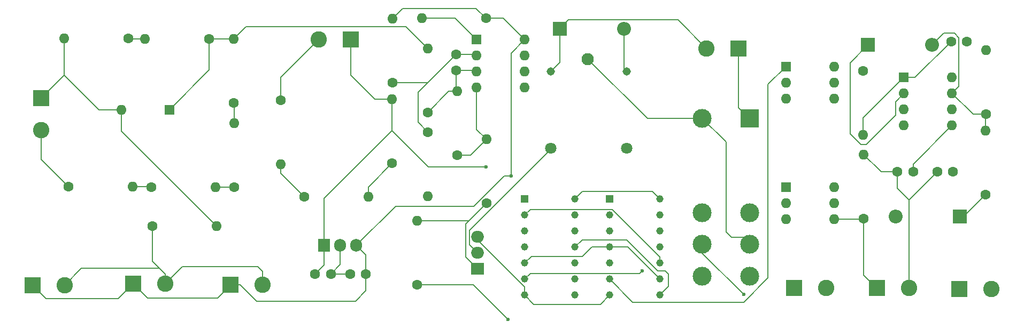
<source format=gbr>
%TF.GenerationSoftware,KiCad,Pcbnew,7.0.5*%
%TF.CreationDate,2023-12-24T17:04:19+05:30*%
%TF.ProjectId,TSALv3,5453414c-7633-42e6-9b69-6361645f7063,rev?*%
%TF.SameCoordinates,Original*%
%TF.FileFunction,Copper,L1,Top*%
%TF.FilePolarity,Positive*%
%FSLAX46Y46*%
G04 Gerber Fmt 4.6, Leading zero omitted, Abs format (unit mm)*
G04 Created by KiCad (PCBNEW 7.0.5) date 2023-12-24 17:04:19*
%MOMM*%
%LPD*%
G01*
G04 APERTURE LIST*
%TA.AperFunction,ComponentPad*%
%ADD10C,1.600000*%
%TD*%
%TA.AperFunction,ComponentPad*%
%ADD11O,1.600000X1.600000*%
%TD*%
%TA.AperFunction,ComponentPad*%
%ADD12R,2.600000X2.600000*%
%TD*%
%TA.AperFunction,ComponentPad*%
%ADD13C,2.600000*%
%TD*%
%TA.AperFunction,ComponentPad*%
%ADD14R,1.905000X2.000000*%
%TD*%
%TA.AperFunction,ComponentPad*%
%ADD15O,1.905000X2.000000*%
%TD*%
%TA.AperFunction,ComponentPad*%
%ADD16R,1.170000X1.170000*%
%TD*%
%TA.AperFunction,ComponentPad*%
%ADD17C,1.170000*%
%TD*%
%TA.AperFunction,ComponentPad*%
%ADD18R,2.000000X1.905000*%
%TD*%
%TA.AperFunction,ComponentPad*%
%ADD19O,2.000000X1.905000*%
%TD*%
%TA.AperFunction,ComponentPad*%
%ADD20R,2.200000X2.200000*%
%TD*%
%TA.AperFunction,ComponentPad*%
%ADD21O,2.200000X2.200000*%
%TD*%
%TA.AperFunction,ComponentPad*%
%ADD22C,3.000000*%
%TD*%
%TA.AperFunction,ComponentPad*%
%ADD23R,3.000000X3.000000*%
%TD*%
%TA.AperFunction,ComponentPad*%
%ADD24R,1.600000X1.600000*%
%TD*%
%TA.AperFunction,ComponentPad*%
%ADD25C,1.308000*%
%TD*%
%TA.AperFunction,ComponentPad*%
%ADD26C,1.950000*%
%TD*%
%TA.AperFunction,ComponentPad*%
%ADD27C,1.800000*%
%TD*%
%TA.AperFunction,ViaPad*%
%ADD28C,0.600000*%
%TD*%
%TA.AperFunction,Conductor*%
%ADD29C,0.200000*%
%TD*%
G04 APERTURE END LIST*
D10*
%TO.P,R19,1*%
%TO.N,GND*%
X135280400Y-56362600D03*
D11*
%TO.P,R19,2*%
%TO.N,Net-(U1A-+)*%
X135280400Y-46202600D03*
%TD*%
D10*
%TO.P,R18,1*%
%TO.N,Net-(U1A--)*%
X125044200Y-44831000D03*
D11*
%TO.P,R18,2*%
%TO.N,+5V*%
X125044200Y-34671000D03*
%TD*%
D10*
%TO.P,R4,1*%
%TO.N,Net-(R2-Pad2)*%
X86842600Y-61391800D03*
D11*
%TO.P,R4,2*%
%TO.N,Net-(R4-Pad2)*%
X97002600Y-61391800D03*
%TD*%
D10*
%TO.P,R8,1*%
%TO.N,/Vin*%
X96012000Y-37871400D03*
D11*
%TO.P,R8,2*%
%TO.N,Net-(R8-Pad2)*%
X85852000Y-37871400D03*
%TD*%
D10*
%TO.P,R1,1*%
%TO.N,Net-(R1-Pad1)*%
X124993400Y-57632600D03*
D11*
%TO.P,R1,2*%
%TO.N,+12V*%
X124993400Y-47472600D03*
%TD*%
D12*
%TO.P,J6,1,Pin_1*%
%TO.N,+12V*%
X179862400Y-39420600D03*
D13*
%TO.P,J6,2,Pin_2*%
%TO.N,reset*%
X174782400Y-39420600D03*
%TD*%
D14*
%TO.P,U5,1,IN*%
%TO.N,+12V*%
X114249200Y-70688200D03*
D15*
%TO.P,U5,2,GND*%
%TO.N,GND*%
X116789200Y-70688200D03*
%TO.P,U5,3,OUT*%
%TO.N,+5V*%
X119329200Y-70688200D03*
%TD*%
D16*
%TO.P,U7,1,1A*%
%TO.N,unconnected-(U7-1A-Pad1)*%
X159453600Y-63322200D03*
D17*
%TO.P,U7,2,1B*%
%TO.N,unconnected-(U7-1B-Pad2)*%
X159453600Y-65862200D03*
%TO.P,U7,3,1Y*%
%TO.N,unconnected-(U7-1Y-Pad3)*%
X159453600Y-68402200D03*
%TO.P,U7,4,2A*%
%TO.N,TS Status*%
X159453600Y-70942200D03*
%TO.P,U7,5,2B*%
%TO.N,AIR State*%
X159453600Y-73482200D03*
%TO.P,U7,6,2Y*%
%TO.N,RED ON*%
X159453600Y-76022200D03*
%TO.P,U7,7,GND*%
%TO.N,GND*%
X159453600Y-78562200D03*
%TO.P,U7,8,3Y*%
%TO.N,TSAL Error*%
X167393600Y-78562200D03*
%TO.P,U7,9,3A*%
%TO.N,TS Status*%
X167393600Y-76022200D03*
%TO.P,U7,10,3B*%
%TO.N,AUX Open*%
X167393600Y-73482200D03*
%TO.P,U7,11,4Y*%
%TO.N,unconnected-(U7-4Y-Pad11)*%
X167393600Y-70942200D03*
%TO.P,U7,12,4A*%
%TO.N,unconnected-(U7-4A-Pad12)*%
X167393600Y-68402200D03*
%TO.P,U7,13,4B*%
%TO.N,unconnected-(U7-4B-Pad13)*%
X167393600Y-65862200D03*
%TO.P,U7,14,VCC*%
%TO.N,+5V*%
X167393600Y-63322200D03*
%TD*%
D10*
%TO.P,R16,1*%
%TO.N,Net-(D1-A)*%
X218998800Y-49860200D03*
D11*
%TO.P,R16,2*%
%TO.N,Net-(U4-VCC)*%
X218998800Y-39700200D03*
%TD*%
D16*
%TO.P,U6,1,1A*%
%TO.N,AIR State*%
X146000900Y-63322200D03*
D17*
%TO.P,U6,2,1Y*%
%TO.N,AUX Open*%
X146000900Y-65862200D03*
%TO.P,U6,3,2A*%
%TO.N,unconnected-(U6-2A-Pad3)*%
X146000900Y-68402200D03*
%TO.P,U6,4,2Y*%
%TO.N,unconnected-(U6-2Y-Pad4)*%
X146000900Y-70942200D03*
%TO.P,U6,5,3A*%
%TO.N,TS Status*%
X146000900Y-73482200D03*
%TO.P,U6,6,3Y*%
%TO.N,TS' Status*%
X146000900Y-76022200D03*
%TO.P,U6,7,GND*%
%TO.N,GND*%
X146000900Y-78562200D03*
%TO.P,U6,8,4Y*%
%TO.N,unconnected-(U6-4Y-Pad8)*%
X153940900Y-78562200D03*
%TO.P,U6,9,4A*%
%TO.N,unconnected-(U6-4A-Pad9)*%
X153940900Y-76022200D03*
%TO.P,U6,10,5Y*%
%TO.N,TSAL Error'*%
X153940900Y-73482200D03*
%TO.P,U6,11,5A*%
%TO.N,TSAL Error*%
X153940900Y-70942200D03*
%TO.P,U6,12,6Y*%
%TO.N,unconnected-(U6-6Y-Pad12)*%
X153940900Y-68402200D03*
%TO.P,U6,13,6A*%
%TO.N,unconnected-(U6-6A-Pad13)*%
X153940900Y-65862200D03*
%TO.P,U6,14,VCC*%
%TO.N,+5V*%
X153940900Y-63322200D03*
%TD*%
D10*
%TO.P,R3,1*%
%TO.N,/Vref*%
X111074200Y-62941200D03*
D11*
%TO.P,R3,2*%
%TO.N,Net-(R1-Pad1)*%
X121234200Y-62941200D03*
%TD*%
D10*
%TO.P,R2,1*%
%TO.N,/+HV*%
X73761600Y-61366400D03*
D11*
%TO.P,R2,2*%
%TO.N,Net-(R2-Pad2)*%
X83921600Y-61366400D03*
%TD*%
D10*
%TO.P,R10,1*%
%TO.N,Net-(U1A-+)*%
X130632200Y-49555400D03*
D11*
%TO.P,R10,2*%
%TO.N,/Vin*%
X130632200Y-39395400D03*
%TD*%
D10*
%TO.P,C2,1*%
%TO.N,Net-(U1A-+)*%
X135138000Y-42865200D03*
%TO.P,C2,2*%
%TO.N,Net-(U1A--)*%
X135138000Y-40365200D03*
%TD*%
D18*
%TO.P,Q1,1,G*%
%TO.N,Net-(Q1-G)*%
X138536800Y-74371200D03*
D19*
%TO.P,Q1,2,D*%
%TO.N,Net-(Q1-D)*%
X138536800Y-71831200D03*
%TO.P,Q1,3,S*%
%TO.N,GND*%
X138536800Y-69291200D03*
%TD*%
D11*
%TO.P,R28,2*%
%TO.N,GND*%
X139928600Y-53822600D03*
D10*
%TO.P,R28,1*%
%TO.N,Net-(Q1-G)*%
X139928600Y-63982600D03*
%TD*%
%TO.P,R5,1*%
%TO.N,GND*%
X107391200Y-47650400D03*
D11*
%TO.P,R5,2*%
%TO.N,/Vref*%
X107391200Y-57810400D03*
%TD*%
D20*
%TO.P,D3,1,K*%
%TO.N,reset*%
X151536400Y-36271200D03*
D21*
%TO.P,D3,2,A*%
%TO.N,GND*%
X161696400Y-36271200D03*
%TD*%
D10*
%TO.P,R14,1*%
%TO.N,Net-(U4-VCC)*%
X199593200Y-43002200D03*
D11*
%TO.P,R14,2*%
%TO.N,GLV-*%
X199593200Y-53162200D03*
%TD*%
D12*
%TO.P,J1,1,Pin_1*%
%TO.N,GND*%
X69418000Y-47264400D03*
D13*
%TO.P,J1,2,Pin_2*%
%TO.N,/+HV*%
X69418000Y-52344400D03*
%TD*%
D10*
%TO.P,C4,1*%
%TO.N,GLV-*%
X213507000Y-38303200D03*
%TO.P,C4,2*%
%TO.N,Net-(U4-VCC)*%
X216007000Y-38303200D03*
%TD*%
D12*
%TO.P,J4,1,Pin_1*%
%TO.N,+5V*%
X83997800Y-76733400D03*
D13*
%TO.P,J4,2,Pin_2*%
%TO.N,AIR State*%
X89077800Y-76733400D03*
%TD*%
D10*
%TO.P,C1,1*%
%TO.N,GND*%
X115316000Y-75184000D03*
%TO.P,C1,2*%
%TO.N,+12V*%
X112816000Y-75184000D03*
%TD*%
D12*
%TO.P,J7,1,Pin_1*%
%TO.N,GLV+*%
X214828200Y-77597200D03*
D13*
%TO.P,J7,2,Pin_2*%
%TO.N,GLV-*%
X219908200Y-77597200D03*
%TD*%
D22*
%TO.P,K2,11*%
%TO.N,Net-(K1-PadCOM)*%
X181609100Y-70522500D03*
%TO.P,K2,12*%
%TO.N,unconnected-(K2-Pad12)*%
X181609100Y-65522500D03*
%TO.P,K2,14*%
%TO.N,Net-(Q1-D)*%
X181609100Y-75522500D03*
%TO.P,K2,21*%
%TO.N,GLV+*%
X174109100Y-70522500D03*
%TO.P,K2,22*%
%TO.N,unconnected-(K2-Pad22)*%
X174109100Y-65522500D03*
%TO.P,K2,24*%
%TO.N,GLV supply*%
X174109100Y-75522500D03*
D23*
%TO.P,K2,A1*%
%TO.N,+12V*%
X181609100Y-50522500D03*
D22*
%TO.P,K2,A2*%
%TO.N,Net-(K1-PadCOM)*%
X174109100Y-50522500D03*
%TD*%
D10*
%TO.P,R12,1*%
%TO.N,+5V*%
X139877800Y-34620200D03*
D11*
%TO.P,R12,2*%
%TO.N,TS Status*%
X129717800Y-34620200D03*
%TD*%
D24*
%TO.P,D2,1,K*%
%TO.N,/Vin*%
X89712800Y-49123600D03*
D11*
%TO.P,D2,2,A*%
%TO.N,GND*%
X82092800Y-49123600D03*
%TD*%
D12*
%TO.P,J5,1,Pin_1*%
%TO.N,+5V*%
X99441000Y-76885800D03*
D13*
%TO.P,J5,2,Pin_2*%
%TO.N,AIR State*%
X104521000Y-76885800D03*
%TD*%
D20*
%TO.P,D4,1,K*%
%TO.N,Net-(D4-K)*%
X214858600Y-66065400D03*
D21*
%TO.P,D4,2,A*%
%TO.N,Net-(D1-K)*%
X204698600Y-66065400D03*
%TD*%
D25*
%TO.P,K1,COIL1*%
%TO.N,GND*%
X162102800Y-43070400D03*
%TO.P,K1,COIL2*%
%TO.N,reset*%
X150102800Y-43070400D03*
D26*
%TO.P,K1,COM*%
%TO.N,Net-(K1-PadCOM)*%
X155982800Y-41070400D03*
D27*
%TO.P,K1,NC*%
%TO.N,unconnected-(K1-PadNC)*%
X162102800Y-55270400D03*
%TO.P,K1,NO*%
%TO.N,Net-(Q1-D)*%
X150102800Y-55270400D03*
%TD*%
D10*
%TO.P,C6,1*%
%TO.N,GLV-*%
X211322600Y-58928000D03*
%TO.P,C6,2*%
%TO.N,Net-(D1-K)*%
X213822600Y-58928000D03*
%TD*%
D12*
%TO.P,J8,1,Pin_1*%
%TO.N,/GRN+*%
X201747200Y-77444800D03*
D13*
%TO.P,J8,2,Pin_2*%
%TO.N,GLV-*%
X206827200Y-77444800D03*
%TD*%
D10*
%TO.P,C5,1*%
%TO.N,GLV-*%
X204998000Y-59004200D03*
%TO.P,C5,2*%
%TO.N,Net-(U4-CV)*%
X207498000Y-59004200D03*
%TD*%
%TO.P,R17,1*%
%TO.N,Net-(D4-K)*%
X218922600Y-62585600D03*
D11*
%TO.P,R17,2*%
%TO.N,Net-(D1-A)*%
X218922600Y-52425600D03*
%TD*%
D24*
%TO.P,U8,1*%
%TO.N,TS' Status*%
X187411200Y-61381400D03*
D11*
%TO.P,U8,2*%
%TO.N,GND*%
X187411200Y-63921400D03*
%TO.P,U8,3,NC*%
%TO.N,unconnected-(U8-NC-Pad3)*%
X187411200Y-66461400D03*
%TO.P,U8,4*%
%TO.N,/GRN+*%
X195031200Y-66461400D03*
%TO.P,U8,5*%
%TO.N,GLV supply*%
X195031200Y-63921400D03*
%TO.P,U8,6*%
%TO.N,unconnected-(U8-Pad6)*%
X195031200Y-61381400D03*
%TD*%
D10*
%TO.P,R7,1*%
%TO.N,Net-(R6-Pad2)*%
X99923600Y-48006000D03*
D11*
%TO.P,R7,2*%
%TO.N,/Vin*%
X99923600Y-37846000D03*
%TD*%
D24*
%TO.P,U4,1,GND*%
%TO.N,GLV-*%
X206029400Y-44002800D03*
D11*
%TO.P,U4,2,TR*%
%TO.N,Net-(D1-K)*%
X206029400Y-46542800D03*
%TO.P,U4,3,Q*%
%TO.N,/RED+*%
X206029400Y-49082800D03*
%TO.P,U4,4,R*%
%TO.N,unconnected-(U4-R-Pad4)*%
X206029400Y-51622800D03*
%TO.P,U4,5,CV*%
%TO.N,Net-(U4-CV)*%
X213649400Y-51622800D03*
%TO.P,U4,6,THR*%
%TO.N,Net-(D1-K)*%
X213649400Y-49082800D03*
%TO.P,U4,7,DIS*%
%TO.N,Net-(D1-A)*%
X213649400Y-46542800D03*
%TO.P,U4,8,VCC*%
%TO.N,Net-(U4-VCC)*%
X213649400Y-44002800D03*
%TD*%
D10*
%TO.P,R9,1*%
%TO.N,Net-(R8-Pad2)*%
X83235800Y-37820600D03*
D11*
%TO.P,R9,2*%
%TO.N,GND*%
X73075800Y-37820600D03*
%TD*%
D24*
%TO.P,U1,1*%
%TO.N,TS Status*%
X138389200Y-38008400D03*
D11*
%TO.P,U1,2,-*%
%TO.N,Net-(U1A--)*%
X138389200Y-40548400D03*
%TO.P,U1,3,+*%
%TO.N,Net-(U1A-+)*%
X138389200Y-43088400D03*
%TO.P,U1,4,V-*%
%TO.N,GND*%
X138389200Y-45628400D03*
%TO.P,U1,5*%
%TO.N,N/C*%
X146009200Y-45628400D03*
%TO.P,U1,6*%
X146009200Y-43088400D03*
%TO.P,U1,7*%
X146009200Y-40548400D03*
%TO.P,U1,8,V+*%
%TO.N,+5V*%
X146009200Y-38008400D03*
%TD*%
D10*
%TO.P,R6,1*%
%TO.N,Net-(R4-Pad2)*%
X99974400Y-61417200D03*
D11*
%TO.P,R6,2*%
%TO.N,Net-(R6-Pad2)*%
X99974400Y-51257200D03*
%TD*%
D12*
%TO.P,J3,1,Pin_1*%
%TO.N,+5V*%
X68072000Y-76987400D03*
D13*
%TO.P,J3,2,Pin_2*%
%TO.N,AIR State*%
X73152000Y-76987400D03*
%TD*%
D10*
%TO.P,R27,1*%
%TO.N,TSAL Error'*%
X128981200Y-76885800D03*
D11*
%TO.P,R27,2*%
%TO.N,Net-(Q1-G)*%
X128981200Y-66725800D03*
%TD*%
D10*
%TO.P,R15,1*%
%TO.N,AIR State*%
X87020400Y-67640200D03*
D11*
%TO.P,R15,2*%
%TO.N,GND*%
X97180400Y-67640200D03*
%TD*%
D24*
%TO.P,U3,1*%
%TO.N,RED ON*%
X187360400Y-42255200D03*
D11*
%TO.P,U3,2*%
%TO.N,GND*%
X187360400Y-44795200D03*
%TO.P,U3,3,NC*%
%TO.N,unconnected-(U3-NC-Pad3)*%
X187360400Y-47335200D03*
%TO.P,U3,4*%
%TO.N,Net-(U4-VCC)*%
X194980400Y-47335200D03*
%TO.P,U3,5*%
%TO.N,GLV supply*%
X194980400Y-44795200D03*
%TO.P,U3,6*%
%TO.N,unconnected-(U3-Pad6)*%
X194980400Y-42255200D03*
%TD*%
D12*
%TO.P,J2,1,Pin_1*%
%TO.N,+12V*%
X118470600Y-37947400D03*
D13*
%TO.P,J2,2,Pin_2*%
%TO.N,GND*%
X113390600Y-37947400D03*
%TD*%
D12*
%TO.P,J9,1,Pin_1*%
%TO.N,/RED+*%
X188666200Y-77444800D03*
D13*
%TO.P,J9,2,Pin_2*%
%TO.N,GLV-*%
X193746200Y-77444800D03*
%TD*%
D20*
%TO.P,D1,1,K*%
%TO.N,Net-(D1-K)*%
X200355200Y-38811200D03*
D21*
%TO.P,D1,2,A*%
%TO.N,Net-(D1-A)*%
X210515200Y-38811200D03*
%TD*%
D10*
%TO.P,C3,1*%
%TO.N,GND*%
X118333200Y-75184000D03*
%TO.P,C3,2*%
%TO.N,+5V*%
X120833200Y-75184000D03*
%TD*%
%TO.P,R13,1*%
%TO.N,/GRN+*%
X199669400Y-66421000D03*
D11*
%TO.P,R13,2*%
%TO.N,GLV-*%
X199669400Y-56261000D03*
%TD*%
D10*
%TO.P,R11,1*%
%TO.N,Net-(U1A--)*%
X130683000Y-52679600D03*
D11*
%TO.P,R11,2*%
%TO.N,/Vref*%
X130683000Y-62839600D03*
%TD*%
D28*
%TO.N,+12V*%
X139903200Y-58191400D03*
%TO.N,GLV+*%
X180644800Y-78435200D03*
%TO.N,TS' Status*%
X164592000Y-74701400D03*
%TO.N,+5V*%
X143814800Y-59613800D03*
%TO.N,TSAL Error'*%
X143357600Y-82397600D03*
%TD*%
D29*
%TO.N,+12V*%
X114249200Y-73750800D02*
X112816000Y-75184000D01*
X114249200Y-70688200D02*
X114249200Y-73750800D01*
%TO.N,GND*%
X115316000Y-75184000D02*
X118333200Y-75184000D01*
X116789200Y-73710800D02*
X115316000Y-75184000D01*
X116789200Y-70688200D02*
X116789200Y-73710800D01*
%TO.N,+5V*%
X120833200Y-72192200D02*
X119329200Y-70688200D01*
X120833200Y-75184000D02*
X120833200Y-72192200D01*
X120833200Y-77876400D02*
X119182200Y-79527400D01*
X120833200Y-75184000D02*
X120833200Y-77876400D01*
%TO.N,RED ON*%
X184531000Y-45084600D02*
X187360400Y-42255200D01*
X184531000Y-75844400D02*
X184531000Y-45084600D01*
X180695600Y-79679800D02*
X184531000Y-75844400D01*
X163111200Y-79679800D02*
X180695600Y-79679800D01*
X159453600Y-76022200D02*
X163111200Y-79679800D01*
%TO.N,GND*%
X107391200Y-43946800D02*
X113390600Y-37947400D01*
X107391200Y-47650400D02*
X107391200Y-43946800D01*
%TO.N,Net-(R1-Pad1)*%
X121234200Y-62941200D02*
X121234200Y-61391800D01*
X121234200Y-61391800D02*
X124993400Y-57632600D01*
%TO.N,+12V*%
X124993400Y-47472600D02*
X122275600Y-47472600D01*
X122275600Y-47472600D02*
X118470600Y-43667600D01*
X130708400Y-58191400D02*
X124993400Y-52476400D01*
X139903200Y-58191400D02*
X130708400Y-58191400D01*
X124993400Y-52476400D02*
X114249200Y-63220600D01*
X124993400Y-47472600D02*
X124993400Y-52476400D01*
%TO.N,/Vref*%
X107391200Y-59258200D02*
X111074200Y-62941200D01*
X107391200Y-57810400D02*
X107391200Y-59258200D01*
%TO.N,/Vin*%
X101828600Y-35941000D02*
X127177800Y-35941000D01*
X127177800Y-35941000D02*
X129387600Y-38150800D01*
X99923600Y-37846000D02*
X101828600Y-35941000D01*
%TO.N,+12V*%
X118470600Y-43667600D02*
X118470600Y-37947400D01*
%TO.N,Net-(D1-K)*%
X197510400Y-41656000D02*
X200355200Y-38811200D01*
X204724000Y-49961800D02*
X200050400Y-54635400D01*
X199212200Y-54635400D02*
X197510400Y-52933600D01*
X197510400Y-52933600D02*
X197510400Y-41656000D01*
X204724000Y-47848200D02*
X204724000Y-49961800D01*
X206029400Y-46542800D02*
X204724000Y-47848200D01*
X200050400Y-54635400D02*
X199212200Y-54635400D01*
%TO.N,Net-(U4-CV)*%
X207498000Y-57774200D02*
X213649400Y-51622800D01*
X207498000Y-59004200D02*
X207498000Y-57774200D01*
%TO.N,Net-(D1-A)*%
X212344000Y-36982400D02*
X210515200Y-38811200D01*
X214749400Y-45442800D02*
X214749400Y-37686000D01*
X214749400Y-37686000D02*
X214045800Y-36982400D01*
X213649400Y-46542800D02*
X214749400Y-45442800D01*
X214045800Y-36982400D02*
X212344000Y-36982400D01*
%TO.N,GLV-*%
X199593200Y-50439000D02*
X206029400Y-44002800D01*
X199593200Y-53162200D02*
X199593200Y-50439000D01*
X202412600Y-59004200D02*
X199669400Y-56261000D01*
X204998000Y-59004200D02*
X202412600Y-59004200D01*
X204998000Y-61594200D02*
X206827200Y-63423400D01*
X204998000Y-59004200D02*
X204998000Y-61594200D01*
X206827200Y-63423400D02*
X211322600Y-58928000D01*
X206827200Y-77444800D02*
X206827200Y-63423400D01*
%TO.N,Net-(D4-K)*%
X214858600Y-66065400D02*
X215442800Y-66065400D01*
X215442800Y-66065400D02*
X218922600Y-62585600D01*
%TO.N,Net-(D1-A)*%
X218922600Y-49936400D02*
X218998800Y-49860200D01*
X218922600Y-52425600D02*
X218922600Y-49936400D01*
X216966800Y-49860200D02*
X213649400Y-46542800D01*
X218998800Y-49860200D02*
X216966800Y-49860200D01*
%TO.N,GLV-*%
X207807400Y-44002800D02*
X206029400Y-44002800D01*
X213507000Y-38303200D02*
X207807400Y-44002800D01*
%TO.N,GLV+*%
X174109100Y-71899500D02*
X174109100Y-70522500D01*
X180644800Y-78435200D02*
X174109100Y-71899500D01*
%TO.N,TS' Status*%
X164156200Y-75137200D02*
X164592000Y-74701400D01*
X146885900Y-75137200D02*
X164156200Y-75137200D01*
X146000900Y-76022200D02*
X146885900Y-75137200D01*
%TO.N,/GRN+*%
X199669400Y-75367000D02*
X201747200Y-77444800D01*
X199669400Y-66421000D02*
X199669400Y-75367000D01*
X195031200Y-66461400D02*
X199629000Y-66461400D01*
X199629000Y-66461400D02*
X199669400Y-66421000D01*
%TO.N,+5V*%
X143814800Y-40202800D02*
X146009200Y-38008400D01*
X143814800Y-59613800D02*
X143814800Y-40202800D01*
%TO.N,Net-(K1-PadCOM)*%
X178739800Y-69392800D02*
X180479400Y-69392800D01*
X177850800Y-68503800D02*
X178739800Y-69392800D01*
X180479400Y-69392800D02*
X181609100Y-70522500D01*
X177850800Y-54264200D02*
X177850800Y-68503800D01*
X174109100Y-50522500D02*
X177850800Y-54264200D01*
%TO.N,TSAL Error*%
X168275000Y-74752200D02*
X167081200Y-74752200D01*
X168783000Y-75260200D02*
X168275000Y-74752200D01*
X168783000Y-77172800D02*
X168783000Y-75260200D01*
X162102800Y-69773800D02*
X155109300Y-69773800D01*
X167081200Y-74752200D02*
X162102800Y-69773800D01*
X155109300Y-69773800D02*
X153940900Y-70942200D01*
X167393600Y-78562200D02*
X168783000Y-77172800D01*
%TO.N,AUX Open*%
X167393600Y-72550620D02*
X167393600Y-73482200D01*
X159820180Y-64977200D02*
X167393600Y-72550620D01*
X146885900Y-64977200D02*
X159820180Y-64977200D01*
X146000900Y-65862200D02*
X146885900Y-64977200D01*
%TO.N,TS Status*%
X162313600Y-70942200D02*
X167393600Y-76022200D01*
X159453600Y-70942200D02*
X162313600Y-70942200D01*
%TO.N,+5V*%
X166199800Y-62128400D02*
X167393600Y-63322200D01*
X155134700Y-62128400D02*
X166199800Y-62128400D01*
X153940900Y-63322200D02*
X155134700Y-62128400D01*
%TO.N,TS Status*%
X147042300Y-72440800D02*
X155117800Y-72440800D01*
X146000900Y-73482200D02*
X147042300Y-72440800D01*
X155117800Y-72440800D02*
X156616400Y-70942200D01*
X156616400Y-70942200D02*
X159453600Y-70942200D01*
%TO.N,+5V*%
X137917330Y-64438235D02*
X142741765Y-59613800D01*
X125579165Y-64438235D02*
X137917330Y-64438235D01*
X142741765Y-59613800D02*
X143814800Y-59613800D01*
X119329200Y-70688200D02*
X125579165Y-64438235D01*
%TO.N,TSAL Error'*%
X137845800Y-76885800D02*
X143357600Y-82397600D01*
X128981200Y-76885800D02*
X137845800Y-76885800D01*
%TO.N,GND*%
X158005800Y-80010000D02*
X159453600Y-78562200D01*
X147448700Y-80010000D02*
X158005800Y-80010000D01*
X146000900Y-78562200D02*
X147448700Y-80010000D01*
%TO.N,Net-(Q1-D)*%
X137236800Y-70531200D02*
X137236800Y-68249200D01*
X137236800Y-68249200D02*
X150102800Y-55383200D01*
X138536800Y-71831200D02*
X137236800Y-70531200D01*
X150102800Y-55383200D02*
X150102800Y-55270400D01*
%TO.N,GND*%
X138536800Y-69809680D02*
X146000900Y-77273780D01*
X146000900Y-77273780D02*
X146000900Y-78562200D01*
X138536800Y-69291200D02*
X138536800Y-69809680D01*
%TO.N,Net-(K1-PadCOM)*%
X165434900Y-50522500D02*
X174109100Y-50522500D01*
X155982800Y-41070400D02*
X165434900Y-50522500D01*
%TO.N,+12V*%
X179862400Y-39420600D02*
X179862400Y-48775800D01*
X179862400Y-48775800D02*
X181609100Y-50522500D01*
%TO.N,reset*%
X170233000Y-34871200D02*
X174782400Y-39420600D01*
X152936400Y-34871200D02*
X170233000Y-34871200D01*
X151536400Y-36271200D02*
X152936400Y-34871200D01*
X151536400Y-41636800D02*
X150102800Y-43070400D01*
X151536400Y-36271200D02*
X151536400Y-41636800D01*
%TO.N,GND*%
X161696400Y-42664000D02*
X162102800Y-43070400D01*
X161696400Y-36271200D02*
X161696400Y-42664000D01*
X138389200Y-52283200D02*
X139928600Y-53822600D01*
X138389200Y-45628400D02*
X138389200Y-52283200D01*
%TO.N,Net-(Q1-G)*%
X136677400Y-67233800D02*
X137185400Y-66725800D01*
X136677400Y-72511800D02*
X136677400Y-67233800D01*
X138536800Y-74371200D02*
X136677400Y-72511800D01*
X137185400Y-66725800D02*
X139928600Y-63982600D01*
X128981200Y-66725800D02*
X137185400Y-66725800D01*
%TO.N,GND*%
X137388600Y-56362600D02*
X139928600Y-53822600D01*
X135280400Y-56362600D02*
X137388600Y-56362600D01*
%TO.N,Net-(U1A--)*%
X129133600Y-46369600D02*
X130672200Y-44831000D01*
X129133600Y-51130200D02*
X129133600Y-46369600D01*
X130683000Y-52679600D02*
X129133600Y-51130200D01*
%TO.N,Net-(U1A-+)*%
X135280400Y-46202600D02*
X133985000Y-46202600D01*
X133985000Y-46202600D02*
X130632200Y-49555400D01*
X135138000Y-46060200D02*
X135280400Y-46202600D01*
X135138000Y-42865200D02*
X135138000Y-46060200D01*
X138166000Y-42865200D02*
X138389200Y-43088400D01*
X135138000Y-42865200D02*
X138166000Y-42865200D01*
%TO.N,Net-(U1A--)*%
X138206000Y-40365200D02*
X138389200Y-40548400D01*
X135138000Y-40365200D02*
X138206000Y-40365200D01*
X130672200Y-44831000D02*
X135138000Y-40365200D01*
X125044200Y-44831000D02*
X130672200Y-44831000D01*
%TO.N,/Vin*%
X129082800Y-37846000D02*
X130632200Y-39395400D01*
%TO.N,+5V*%
X103582600Y-79527400D02*
X119182200Y-79527400D01*
X100941000Y-76885800D02*
X103582600Y-79527400D01*
X99441000Y-76885800D02*
X100941000Y-76885800D01*
%TO.N,TS Status*%
X135001000Y-34620200D02*
X138389200Y-38008400D01*
X129717800Y-34620200D02*
X135001000Y-34620200D01*
%TO.N,+5V*%
X142621000Y-34620200D02*
X146009200Y-38008400D01*
X139877800Y-34620200D02*
X142621000Y-34620200D01*
X138277600Y-33020000D02*
X139877800Y-34620200D01*
X126695200Y-33020000D02*
X138277600Y-33020000D01*
X125044200Y-34671000D02*
X126695200Y-33020000D01*
%TO.N,+12V*%
X114249200Y-63220600D02*
X114249200Y-70688200D01*
%TO.N,GND*%
X82092800Y-52552600D02*
X97180400Y-67640200D01*
X82092800Y-49123600D02*
X82092800Y-52552600D01*
%TO.N,AIR State*%
X87020400Y-73202800D02*
X88138000Y-74320400D01*
X87020400Y-67640200D02*
X87020400Y-73202800D01*
X91770200Y-74041000D02*
X89077800Y-76733400D01*
X103759000Y-74041000D02*
X91770200Y-74041000D01*
X104521000Y-76885800D02*
X104521000Y-74803000D01*
X104521000Y-74803000D02*
X103759000Y-74041000D01*
X89077800Y-75260200D02*
X88138000Y-74320400D01*
X89077800Y-76733400D02*
X89077800Y-75260200D01*
X73152000Y-76987400D02*
X75819000Y-74320400D01*
X75819000Y-74320400D02*
X88138000Y-74320400D01*
%TO.N,+5V*%
X97332800Y-78994000D02*
X99441000Y-76885800D01*
X86258400Y-78994000D02*
X97332800Y-78994000D01*
X83997800Y-76733400D02*
X86258400Y-78994000D01*
X81635600Y-79095600D02*
X83997800Y-76733400D01*
X68072000Y-76987400D02*
X70180200Y-79095600D01*
X70180200Y-79095600D02*
X81635600Y-79095600D01*
%TO.N,GND*%
X78592800Y-49123600D02*
X73075800Y-43606600D01*
X82092800Y-49123600D02*
X78592800Y-49123600D01*
%TO.N,/Vin*%
X96012000Y-42824400D02*
X89712800Y-49123600D01*
X96012000Y-37871400D02*
X96012000Y-42824400D01*
%TO.N,GND*%
X73075800Y-37820600D02*
X73075800Y-43606600D01*
X73075800Y-43606600D02*
X69418000Y-47264400D01*
%TO.N,Net-(R8-Pad2)*%
X83286600Y-37871400D02*
X83235800Y-37820600D01*
X85852000Y-37871400D02*
X83286600Y-37871400D01*
%TO.N,/Vin*%
X96037400Y-37846000D02*
X96012000Y-37871400D01*
X99923600Y-37846000D02*
X96037400Y-37846000D01*
%TO.N,Net-(R6-Pad2)*%
X99974400Y-48056800D02*
X99923600Y-48006000D01*
X99974400Y-51257200D02*
X99974400Y-48056800D01*
%TO.N,Net-(R4-Pad2)*%
X99949000Y-61391800D02*
X99974400Y-61417200D01*
X97002600Y-61391800D02*
X99949000Y-61391800D01*
%TO.N,Net-(R2-Pad2)*%
X83921600Y-61366400D02*
X86817200Y-61366400D01*
X86817200Y-61366400D02*
X86842600Y-61391800D01*
%TO.N,/+HV*%
X69418000Y-57022800D02*
X73761600Y-61366400D01*
X69418000Y-52344400D02*
X69418000Y-57022800D01*
%TD*%
M02*

</source>
